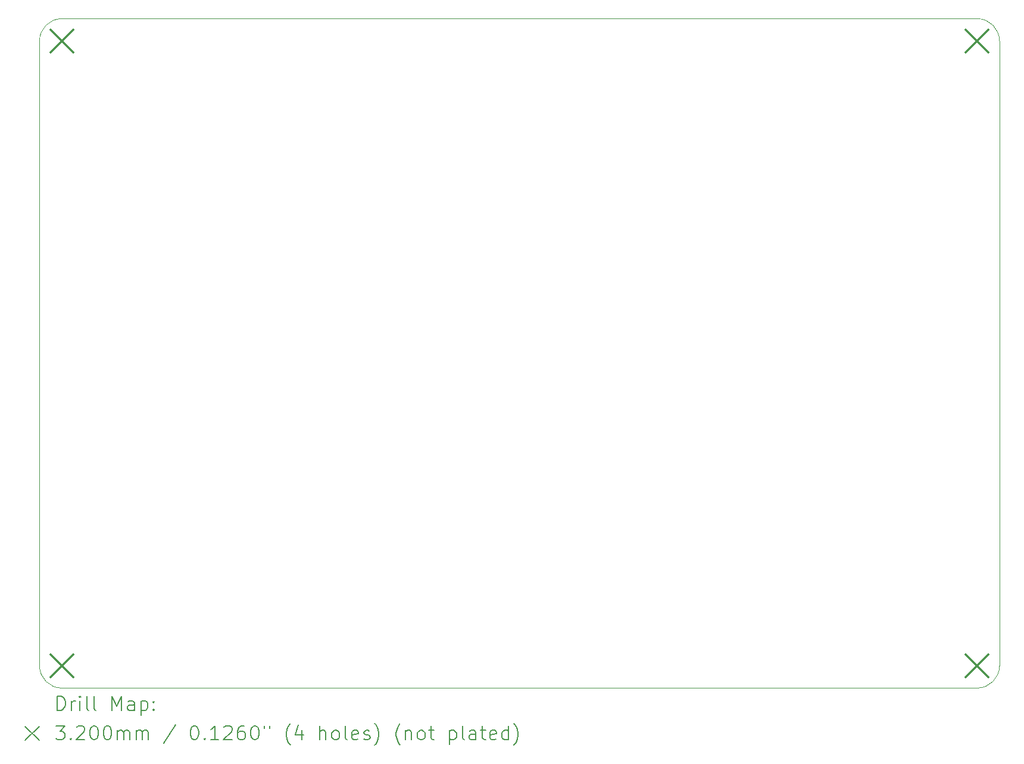
<source format=gbr>
%FSLAX45Y45*%
G04 Gerber Fmt 4.5, Leading zero omitted, Abs format (unit mm)*
G04 Created by KiCad (PCBNEW 6.0.6-3a73a75311~116~ubuntu22.04.1) date 2022-09-02 17:16:28*
%MOMM*%
%LPD*%
G01*
G04 APERTURE LIST*
%TA.AperFunction,Profile*%
%ADD10C,0.100000*%
%TD*%
%ADD11C,0.200000*%
%ADD12C,0.320000*%
G04 APERTURE END LIST*
D10*
X19367500Y-14605000D02*
G75*
G03*
X19685000Y-14287500I0J317500D01*
G01*
X6032500Y-14287500D02*
X6032500Y-5397500D01*
X6350000Y-5080000D02*
G75*
G03*
X6032500Y-5397500I0J-317500D01*
G01*
X19367500Y-14605000D02*
X6350000Y-14605000D01*
X19685000Y-5397500D02*
G75*
G03*
X19367500Y-5080000I-317500J0D01*
G01*
X6350000Y-5080000D02*
X19367500Y-5080000D01*
X19685000Y-5397500D02*
X19685000Y-14287500D01*
X6032500Y-14287500D02*
G75*
G03*
X6350000Y-14605000I317500J0D01*
G01*
D11*
D12*
X6190000Y-5237500D02*
X6510000Y-5557500D01*
X6510000Y-5237500D02*
X6190000Y-5557500D01*
X6190000Y-14127500D02*
X6510000Y-14447500D01*
X6510000Y-14127500D02*
X6190000Y-14447500D01*
X19207500Y-5237500D02*
X19527500Y-5557500D01*
X19527500Y-5237500D02*
X19207500Y-5557500D01*
X19207500Y-14127500D02*
X19527500Y-14447500D01*
X19527500Y-14127500D02*
X19207500Y-14447500D01*
D11*
X6285119Y-14920476D02*
X6285119Y-14720476D01*
X6332738Y-14720476D01*
X6361309Y-14730000D01*
X6380357Y-14749048D01*
X6389881Y-14768095D01*
X6399405Y-14806190D01*
X6399405Y-14834762D01*
X6389881Y-14872857D01*
X6380357Y-14891905D01*
X6361309Y-14910952D01*
X6332738Y-14920476D01*
X6285119Y-14920476D01*
X6485119Y-14920476D02*
X6485119Y-14787143D01*
X6485119Y-14825238D02*
X6494643Y-14806190D01*
X6504167Y-14796667D01*
X6523214Y-14787143D01*
X6542262Y-14787143D01*
X6608928Y-14920476D02*
X6608928Y-14787143D01*
X6608928Y-14720476D02*
X6599405Y-14730000D01*
X6608928Y-14739524D01*
X6618452Y-14730000D01*
X6608928Y-14720476D01*
X6608928Y-14739524D01*
X6732738Y-14920476D02*
X6713690Y-14910952D01*
X6704167Y-14891905D01*
X6704167Y-14720476D01*
X6837500Y-14920476D02*
X6818452Y-14910952D01*
X6808928Y-14891905D01*
X6808928Y-14720476D01*
X7066071Y-14920476D02*
X7066071Y-14720476D01*
X7132738Y-14863333D01*
X7199405Y-14720476D01*
X7199405Y-14920476D01*
X7380357Y-14920476D02*
X7380357Y-14815714D01*
X7370833Y-14796667D01*
X7351786Y-14787143D01*
X7313690Y-14787143D01*
X7294643Y-14796667D01*
X7380357Y-14910952D02*
X7361309Y-14920476D01*
X7313690Y-14920476D01*
X7294643Y-14910952D01*
X7285119Y-14891905D01*
X7285119Y-14872857D01*
X7294643Y-14853809D01*
X7313690Y-14844286D01*
X7361309Y-14844286D01*
X7380357Y-14834762D01*
X7475595Y-14787143D02*
X7475595Y-14987143D01*
X7475595Y-14796667D02*
X7494643Y-14787143D01*
X7532738Y-14787143D01*
X7551786Y-14796667D01*
X7561309Y-14806190D01*
X7570833Y-14825238D01*
X7570833Y-14882381D01*
X7561309Y-14901428D01*
X7551786Y-14910952D01*
X7532738Y-14920476D01*
X7494643Y-14920476D01*
X7475595Y-14910952D01*
X7656548Y-14901428D02*
X7666071Y-14910952D01*
X7656548Y-14920476D01*
X7647024Y-14910952D01*
X7656548Y-14901428D01*
X7656548Y-14920476D01*
X7656548Y-14796667D02*
X7666071Y-14806190D01*
X7656548Y-14815714D01*
X7647024Y-14806190D01*
X7656548Y-14796667D01*
X7656548Y-14815714D01*
X5827500Y-15150000D02*
X6027500Y-15350000D01*
X6027500Y-15150000D02*
X5827500Y-15350000D01*
X6266071Y-15140476D02*
X6389881Y-15140476D01*
X6323214Y-15216667D01*
X6351786Y-15216667D01*
X6370833Y-15226190D01*
X6380357Y-15235714D01*
X6389881Y-15254762D01*
X6389881Y-15302381D01*
X6380357Y-15321428D01*
X6370833Y-15330952D01*
X6351786Y-15340476D01*
X6294643Y-15340476D01*
X6275595Y-15330952D01*
X6266071Y-15321428D01*
X6475595Y-15321428D02*
X6485119Y-15330952D01*
X6475595Y-15340476D01*
X6466071Y-15330952D01*
X6475595Y-15321428D01*
X6475595Y-15340476D01*
X6561309Y-15159524D02*
X6570833Y-15150000D01*
X6589881Y-15140476D01*
X6637500Y-15140476D01*
X6656548Y-15150000D01*
X6666071Y-15159524D01*
X6675595Y-15178571D01*
X6675595Y-15197619D01*
X6666071Y-15226190D01*
X6551786Y-15340476D01*
X6675595Y-15340476D01*
X6799405Y-15140476D02*
X6818452Y-15140476D01*
X6837500Y-15150000D01*
X6847024Y-15159524D01*
X6856548Y-15178571D01*
X6866071Y-15216667D01*
X6866071Y-15264286D01*
X6856548Y-15302381D01*
X6847024Y-15321428D01*
X6837500Y-15330952D01*
X6818452Y-15340476D01*
X6799405Y-15340476D01*
X6780357Y-15330952D01*
X6770833Y-15321428D01*
X6761309Y-15302381D01*
X6751786Y-15264286D01*
X6751786Y-15216667D01*
X6761309Y-15178571D01*
X6770833Y-15159524D01*
X6780357Y-15150000D01*
X6799405Y-15140476D01*
X6989881Y-15140476D02*
X7008928Y-15140476D01*
X7027976Y-15150000D01*
X7037500Y-15159524D01*
X7047024Y-15178571D01*
X7056548Y-15216667D01*
X7056548Y-15264286D01*
X7047024Y-15302381D01*
X7037500Y-15321428D01*
X7027976Y-15330952D01*
X7008928Y-15340476D01*
X6989881Y-15340476D01*
X6970833Y-15330952D01*
X6961309Y-15321428D01*
X6951786Y-15302381D01*
X6942262Y-15264286D01*
X6942262Y-15216667D01*
X6951786Y-15178571D01*
X6961309Y-15159524D01*
X6970833Y-15150000D01*
X6989881Y-15140476D01*
X7142262Y-15340476D02*
X7142262Y-15207143D01*
X7142262Y-15226190D02*
X7151786Y-15216667D01*
X7170833Y-15207143D01*
X7199405Y-15207143D01*
X7218452Y-15216667D01*
X7227976Y-15235714D01*
X7227976Y-15340476D01*
X7227976Y-15235714D02*
X7237500Y-15216667D01*
X7256548Y-15207143D01*
X7285119Y-15207143D01*
X7304167Y-15216667D01*
X7313690Y-15235714D01*
X7313690Y-15340476D01*
X7408928Y-15340476D02*
X7408928Y-15207143D01*
X7408928Y-15226190D02*
X7418452Y-15216667D01*
X7437500Y-15207143D01*
X7466071Y-15207143D01*
X7485119Y-15216667D01*
X7494643Y-15235714D01*
X7494643Y-15340476D01*
X7494643Y-15235714D02*
X7504167Y-15216667D01*
X7523214Y-15207143D01*
X7551786Y-15207143D01*
X7570833Y-15216667D01*
X7580357Y-15235714D01*
X7580357Y-15340476D01*
X7970833Y-15130952D02*
X7799405Y-15388095D01*
X8227976Y-15140476D02*
X8247024Y-15140476D01*
X8266071Y-15150000D01*
X8275595Y-15159524D01*
X8285119Y-15178571D01*
X8294643Y-15216667D01*
X8294643Y-15264286D01*
X8285119Y-15302381D01*
X8275595Y-15321428D01*
X8266071Y-15330952D01*
X8247024Y-15340476D01*
X8227976Y-15340476D01*
X8208928Y-15330952D01*
X8199405Y-15321428D01*
X8189881Y-15302381D01*
X8180357Y-15264286D01*
X8180357Y-15216667D01*
X8189881Y-15178571D01*
X8199405Y-15159524D01*
X8208928Y-15150000D01*
X8227976Y-15140476D01*
X8380357Y-15321428D02*
X8389881Y-15330952D01*
X8380357Y-15340476D01*
X8370833Y-15330952D01*
X8380357Y-15321428D01*
X8380357Y-15340476D01*
X8580357Y-15340476D02*
X8466071Y-15340476D01*
X8523214Y-15340476D02*
X8523214Y-15140476D01*
X8504167Y-15169048D01*
X8485119Y-15188095D01*
X8466071Y-15197619D01*
X8656548Y-15159524D02*
X8666071Y-15150000D01*
X8685119Y-15140476D01*
X8732738Y-15140476D01*
X8751786Y-15150000D01*
X8761310Y-15159524D01*
X8770833Y-15178571D01*
X8770833Y-15197619D01*
X8761310Y-15226190D01*
X8647024Y-15340476D01*
X8770833Y-15340476D01*
X8942262Y-15140476D02*
X8904167Y-15140476D01*
X8885119Y-15150000D01*
X8875595Y-15159524D01*
X8856548Y-15188095D01*
X8847024Y-15226190D01*
X8847024Y-15302381D01*
X8856548Y-15321428D01*
X8866071Y-15330952D01*
X8885119Y-15340476D01*
X8923214Y-15340476D01*
X8942262Y-15330952D01*
X8951786Y-15321428D01*
X8961310Y-15302381D01*
X8961310Y-15254762D01*
X8951786Y-15235714D01*
X8942262Y-15226190D01*
X8923214Y-15216667D01*
X8885119Y-15216667D01*
X8866071Y-15226190D01*
X8856548Y-15235714D01*
X8847024Y-15254762D01*
X9085119Y-15140476D02*
X9104167Y-15140476D01*
X9123214Y-15150000D01*
X9132738Y-15159524D01*
X9142262Y-15178571D01*
X9151786Y-15216667D01*
X9151786Y-15264286D01*
X9142262Y-15302381D01*
X9132738Y-15321428D01*
X9123214Y-15330952D01*
X9104167Y-15340476D01*
X9085119Y-15340476D01*
X9066071Y-15330952D01*
X9056548Y-15321428D01*
X9047024Y-15302381D01*
X9037500Y-15264286D01*
X9037500Y-15216667D01*
X9047024Y-15178571D01*
X9056548Y-15159524D01*
X9066071Y-15150000D01*
X9085119Y-15140476D01*
X9227976Y-15140476D02*
X9227976Y-15178571D01*
X9304167Y-15140476D02*
X9304167Y-15178571D01*
X9599405Y-15416667D02*
X9589881Y-15407143D01*
X9570833Y-15378571D01*
X9561310Y-15359524D01*
X9551786Y-15330952D01*
X9542262Y-15283333D01*
X9542262Y-15245238D01*
X9551786Y-15197619D01*
X9561310Y-15169048D01*
X9570833Y-15150000D01*
X9589881Y-15121428D01*
X9599405Y-15111905D01*
X9761310Y-15207143D02*
X9761310Y-15340476D01*
X9713690Y-15130952D02*
X9666071Y-15273809D01*
X9789881Y-15273809D01*
X10018452Y-15340476D02*
X10018452Y-15140476D01*
X10104167Y-15340476D02*
X10104167Y-15235714D01*
X10094643Y-15216667D01*
X10075595Y-15207143D01*
X10047024Y-15207143D01*
X10027976Y-15216667D01*
X10018452Y-15226190D01*
X10227976Y-15340476D02*
X10208929Y-15330952D01*
X10199405Y-15321428D01*
X10189881Y-15302381D01*
X10189881Y-15245238D01*
X10199405Y-15226190D01*
X10208929Y-15216667D01*
X10227976Y-15207143D01*
X10256548Y-15207143D01*
X10275595Y-15216667D01*
X10285119Y-15226190D01*
X10294643Y-15245238D01*
X10294643Y-15302381D01*
X10285119Y-15321428D01*
X10275595Y-15330952D01*
X10256548Y-15340476D01*
X10227976Y-15340476D01*
X10408929Y-15340476D02*
X10389881Y-15330952D01*
X10380357Y-15311905D01*
X10380357Y-15140476D01*
X10561310Y-15330952D02*
X10542262Y-15340476D01*
X10504167Y-15340476D01*
X10485119Y-15330952D01*
X10475595Y-15311905D01*
X10475595Y-15235714D01*
X10485119Y-15216667D01*
X10504167Y-15207143D01*
X10542262Y-15207143D01*
X10561310Y-15216667D01*
X10570833Y-15235714D01*
X10570833Y-15254762D01*
X10475595Y-15273809D01*
X10647024Y-15330952D02*
X10666071Y-15340476D01*
X10704167Y-15340476D01*
X10723214Y-15330952D01*
X10732738Y-15311905D01*
X10732738Y-15302381D01*
X10723214Y-15283333D01*
X10704167Y-15273809D01*
X10675595Y-15273809D01*
X10656548Y-15264286D01*
X10647024Y-15245238D01*
X10647024Y-15235714D01*
X10656548Y-15216667D01*
X10675595Y-15207143D01*
X10704167Y-15207143D01*
X10723214Y-15216667D01*
X10799405Y-15416667D02*
X10808929Y-15407143D01*
X10827976Y-15378571D01*
X10837500Y-15359524D01*
X10847024Y-15330952D01*
X10856548Y-15283333D01*
X10856548Y-15245238D01*
X10847024Y-15197619D01*
X10837500Y-15169048D01*
X10827976Y-15150000D01*
X10808929Y-15121428D01*
X10799405Y-15111905D01*
X11161310Y-15416667D02*
X11151786Y-15407143D01*
X11132738Y-15378571D01*
X11123214Y-15359524D01*
X11113690Y-15330952D01*
X11104167Y-15283333D01*
X11104167Y-15245238D01*
X11113690Y-15197619D01*
X11123214Y-15169048D01*
X11132738Y-15150000D01*
X11151786Y-15121428D01*
X11161310Y-15111905D01*
X11237500Y-15207143D02*
X11237500Y-15340476D01*
X11237500Y-15226190D02*
X11247024Y-15216667D01*
X11266071Y-15207143D01*
X11294643Y-15207143D01*
X11313690Y-15216667D01*
X11323214Y-15235714D01*
X11323214Y-15340476D01*
X11447024Y-15340476D02*
X11427976Y-15330952D01*
X11418452Y-15321428D01*
X11408928Y-15302381D01*
X11408928Y-15245238D01*
X11418452Y-15226190D01*
X11427976Y-15216667D01*
X11447024Y-15207143D01*
X11475595Y-15207143D01*
X11494643Y-15216667D01*
X11504167Y-15226190D01*
X11513690Y-15245238D01*
X11513690Y-15302381D01*
X11504167Y-15321428D01*
X11494643Y-15330952D01*
X11475595Y-15340476D01*
X11447024Y-15340476D01*
X11570833Y-15207143D02*
X11647024Y-15207143D01*
X11599405Y-15140476D02*
X11599405Y-15311905D01*
X11608928Y-15330952D01*
X11627976Y-15340476D01*
X11647024Y-15340476D01*
X11866071Y-15207143D02*
X11866071Y-15407143D01*
X11866071Y-15216667D02*
X11885119Y-15207143D01*
X11923214Y-15207143D01*
X11942262Y-15216667D01*
X11951786Y-15226190D01*
X11961309Y-15245238D01*
X11961309Y-15302381D01*
X11951786Y-15321428D01*
X11942262Y-15330952D01*
X11923214Y-15340476D01*
X11885119Y-15340476D01*
X11866071Y-15330952D01*
X12075595Y-15340476D02*
X12056548Y-15330952D01*
X12047024Y-15311905D01*
X12047024Y-15140476D01*
X12237500Y-15340476D02*
X12237500Y-15235714D01*
X12227976Y-15216667D01*
X12208928Y-15207143D01*
X12170833Y-15207143D01*
X12151786Y-15216667D01*
X12237500Y-15330952D02*
X12218452Y-15340476D01*
X12170833Y-15340476D01*
X12151786Y-15330952D01*
X12142262Y-15311905D01*
X12142262Y-15292857D01*
X12151786Y-15273809D01*
X12170833Y-15264286D01*
X12218452Y-15264286D01*
X12237500Y-15254762D01*
X12304167Y-15207143D02*
X12380357Y-15207143D01*
X12332738Y-15140476D02*
X12332738Y-15311905D01*
X12342262Y-15330952D01*
X12361309Y-15340476D01*
X12380357Y-15340476D01*
X12523214Y-15330952D02*
X12504167Y-15340476D01*
X12466071Y-15340476D01*
X12447024Y-15330952D01*
X12437500Y-15311905D01*
X12437500Y-15235714D01*
X12447024Y-15216667D01*
X12466071Y-15207143D01*
X12504167Y-15207143D01*
X12523214Y-15216667D01*
X12532738Y-15235714D01*
X12532738Y-15254762D01*
X12437500Y-15273809D01*
X12704167Y-15340476D02*
X12704167Y-15140476D01*
X12704167Y-15330952D02*
X12685119Y-15340476D01*
X12647024Y-15340476D01*
X12627976Y-15330952D01*
X12618452Y-15321428D01*
X12608928Y-15302381D01*
X12608928Y-15245238D01*
X12618452Y-15226190D01*
X12627976Y-15216667D01*
X12647024Y-15207143D01*
X12685119Y-15207143D01*
X12704167Y-15216667D01*
X12780357Y-15416667D02*
X12789881Y-15407143D01*
X12808928Y-15378571D01*
X12818452Y-15359524D01*
X12827976Y-15330952D01*
X12837500Y-15283333D01*
X12837500Y-15245238D01*
X12827976Y-15197619D01*
X12818452Y-15169048D01*
X12808928Y-15150000D01*
X12789881Y-15121428D01*
X12780357Y-15111905D01*
M02*

</source>
